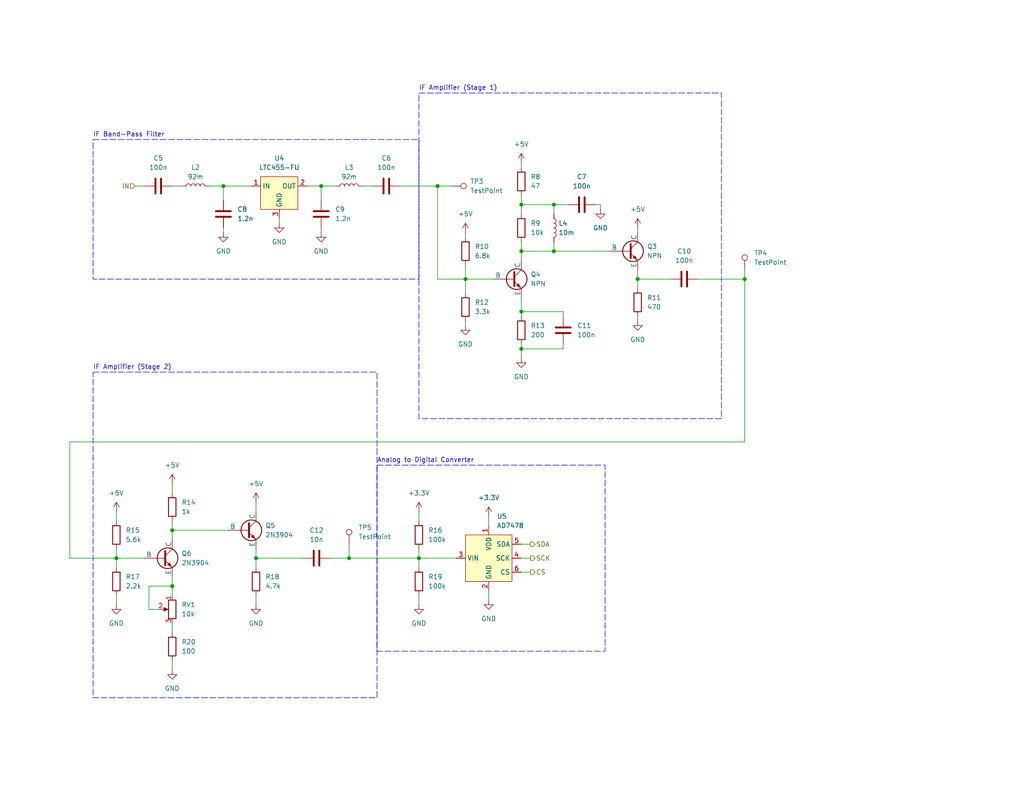
<source format=kicad_sch>
(kicad_sch (version 20231120) (generator "eeschema") (generator_version "8.0")
  (paper "USLetter")
  (title_block (title "IF Stage") (date "2024-04-29") (rev "1"))
  (lib_symbols
    (symbol "Connector:TestPoint" (pin_numbers hide) (pin_names (offset 0.762) hide)
      (property "Reference" "TP" (at 0 6.858 0))
      (property "Value" "TestPoint" (at 0 5.08 0))
      (symbol "TestPoint_0_1"
        (circle (center 0 3.302) (radius 0.762))
      )
      (symbol "TestPoint_1_1"
        (pin passive line (at 0 0 90) (length 2.54) (name "1") (number "1"))
      )
    )
    (symbol "Device:C" (pin_numbers hide) (pin_names (offset 0.254))
      (property "Reference" "C" (at 0.635 2.54 0))
      (property "Value" "C" (at 0.635 -2.54 0))
      (symbol "C_0_1"
        (polyline (pts (xy -2.032 -0.762) (xy 2.032 -0.762)) (stroke (width 0.508)))
        (polyline (pts (xy -2.032 0.762) (xy 2.032 0.762)) (stroke (width 0.508)))
      )
      (symbol "C_1_1"
        (pin passive line (at 0 3.81 270) (length 2.794) (name "~") (number "1"))
        (pin passive line (at 0 -3.81 90) (length 2.794) (name "~") (number "2"))
      )
    )
    (symbol "Device:L" (pin_numbers hide) (pin_names (offset 1.016) hide)
      (property "Reference" "L" (at -1.27 0 90))
      (property "Value" "L" (at 1.905 0 90))
      (symbol "L_0_1"
        (arc (start 0 -2.54) (mid 0.6323 -1.905) (end 0 -1.27))
        (arc (start 0 -1.27) (mid 0.6323 -0.635) (end 0 0))
        (arc (start 0 0) (mid 0.6323 0.635) (end 0 1.27))
        (arc (start 0 1.27) (mid 0.6323 1.905) (end 0 2.54))
      )
      (symbol "L_1_1"
        (pin passive line (at 0 3.81 270) (length 1.27) (name "1") (number "1"))
        (pin passive line (at 0 -3.81 90) (length 1.27) (name "2") (number "2"))
      )
    )
    (symbol "Device:R" (pin_numbers hide) (pin_names (offset 0))
      (property "Reference" "R" (at 2.032 0 90))
      (property "Value" "R" (at 0 0 90))
      (symbol "R_0_1"
        (rectangle (start -1.016 -2.54) (end 1.016 2.54) (stroke (width 0.254)))
      )
      (symbol "R_1_1"
        (pin passive line (at 0 3.81 270) (length 1.27) (name "~") (number "1"))
        (pin passive line (at 0 -3.81 90) (length 1.27) (name "~") (number "2"))
      )
    )
    (symbol "Device:R_Potentiometer" (pin_names (offset 1.016) hide)
      (property "Reference" "RV" (at -4.445 0 90))
      (property "Value" "R_Potentiometer" (at -2.54 0 90))
      (symbol "R_Potentiometer_0_1"
        (polyline (pts (xy 2.54 0) (xy 1.524 0)))
        (polyline (pts (xy 1.143 0) (xy 2.286 0.508) (xy 2.286 -0.508) (xy 1.143 0)) (fill (type outline)))
        (rectangle (start 1.016 2.54) (end -1.016 -2.54) (stroke (width 0.254)))
      )
      (symbol "R_Potentiometer_1_1"
        (pin passive line (at 0 3.81 270) (length 1.27) (name "1") (number "1"))
        (pin passive line (at 3.81 0 180) (length 1.27) (name "2") (number "2"))
        (pin passive line (at 0 -3.81 90) (length 1.27) (name "3") (number "3"))
      )
    )
    (symbol "Simulation_SPICE:NPN" (pin_numbers hide) (pin_names (offset 0))
      (property "Reference" "Q" (at -2.54 7.62 0))
      (property "Value" "NPN" (at -2.54 5.08 0))
      (symbol "NPN_0_1"
        (polyline (pts (xy -2.54 0) (xy 0.635 0)) (stroke (width 0.1524)))
        (polyline (pts (xy 0.635 0.635) (xy 2.54 2.54)))
        (polyline (pts (xy 2.794 -1.27) (xy 2.794 -1.27)) (stroke (width 0.1524)))
        (polyline (pts (xy 2.794 -1.27) (xy 2.794 -1.27)) (stroke (width 0.1524)))
        (polyline (pts (xy 0.635 -0.635) (xy 2.54 -2.54) (xy 2.54 -2.54)))
        (polyline (pts (xy 0.635 1.905) (xy 0.635 -1.905) (xy 0.635 -1.905)) (stroke (width 0.508)))
        (polyline (pts (xy 1.27 -1.778) (xy 1.778 -1.27) (xy 2.286 -2.286) (xy 1.27 -1.778) (xy 1.27 -1.778)) (fill (type outline)))
        (circle (center 1.27 0) (radius 2.8194) (stroke (width 0.254)))
      )
      (symbol "NPN_1_1"
        (pin open_collector line (at 2.54 5.08 270) (length 2.54) (name "C") (number "1"))
        (pin input line (at -5.08 0 0) (length 2.54) (name "B") (number "2"))
        (pin open_emitter line (at 2.54 -5.08 90) (length 2.54) (name "E") (number "3"))
      )
    )
    (symbol "msr20:AD7478"
      (property "Reference" "U" (at 1.27 3.81 0))
      (property "Value" "AD7478" (at 1.27 1.27 0))
      (symbol "AD7478_1_1"
        (rectangle (start -6.35 0) (end 6.35 -12.7) (fill (type background)))
        (pin power_in line (at 0 2.54 270) (length 2.54) (name "VDD") (number "1"))
        (pin power_in line (at 0 -15.24 90) (length 2.54) (name "GND") (number "2"))
        (pin input line (at -8.89 -6.35 0) (length 2.54) (name "VIN") (number "3"))
        (pin input line (at 8.89 -6.35 180) (length 2.54) (name "SCK") (number "4"))
        (pin output line (at 8.89 -2.54 180) (length 2.54) (name "SDA") (number "5"))
        (pin input line (at 8.89 -10.16 180) (length 2.54) (name "CS") (number "6"))
      )
    )
    (symbol "msr20:LTC455-FU"
      (property "Reference" "U" (at 0 3.81 0))
      (property "Value" "LTC455-FU" (at 0 1.016 0))
      (symbol "LTC455-FU_1_1"
        (rectangle (start -5.08 0) (end 5.08 -8.89) (fill (type background)))
        (pin input line (at -7.62 -2.54 0) (length 2.54) (name "IN") (number "1"))
        (pin output line (at 7.62 -2.54 180) (length 2.54) (name "OUT") (number "2"))
        (pin power_in line (at 0 -11.43 90) (length 2.54) (name "GND") (number "3"))
      )
    )
    (symbol "power:+3.3V" (power) (pin_numbers hide) (pin_names (offset 0) hide)
      (property "Value" "+3.3V" (at 0 3.556 0))
      (symbol "+3.3V_0_1"
        (polyline (pts (xy -0.762 1.27) (xy 0 2.54)))
        (polyline (pts (xy 0 0) (xy 0 2.54)))
        (polyline (pts (xy 0 2.54) (xy 0.762 1.27)))
      )
      (symbol "+3.3V_1_1"
        (pin power_in line (at 0 0 90) (length 0) (name "~") (number "1"))
      )
    )
    (symbol "power:+5V" (power) (pin_numbers hide) (pin_names (offset 0) hide)
      (property "Value" "+5V" (at 0 3.556 0))
      (symbol "+5V_0_1"
        (polyline (pts (xy -0.762 1.27) (xy 0 2.54)))
        (polyline (pts (xy 0 0) (xy 0 2.54)))
        (polyline (pts (xy 0 2.54) (xy 0.762 1.27)))
      )
      (symbol "+5V_1_1"
        (pin power_in line (at 0 0 90) (length 0) (name "~") (number "1"))
      )
    )
    (symbol "power:GND" (power) (pin_numbers hide) (pin_names (offset 0) hide)
      (property "Value" "GND" (at 0 -3.81 0))
      (symbol "GND_0_1"
        (polyline (pts (xy 0 0) (xy 0 -1.27) (xy 1.27 -1.27) (xy 0 -2.54) (xy -1.27 -1.27) (xy 0 -1.27)))
      )
      (symbol "GND_1_1"
        (pin power_in line (at 0 0 270) (length 0) (name "~") (number "1"))
      )
    )
  )
  (junction (at 60.96 50.8))
  (junction (at 151.13 68.58))
  (junction (at 142.24 68.58))
  (junction (at 46.99 160.02))
  (junction (at 151.13 55.88))
  (junction (at 142.24 55.88))
  (junction (at 173.99 76.2))
  (junction (at 46.99 144.78))
  (junction (at 114.3 152.4))
  (junction (at 142.24 85.09))
  (junction (at 203.2 76.2))
  (junction (at 119.38 50.8))
  (junction (at 95.25 152.4))
  (junction (at 127 76.2))
  (junction (at 142.24 95.25))
  (junction (at 31.75 152.4))
  (junction (at 69.85 152.4))
  (junction (at 87.63 50.8))
  (wire (pts (xy 69.85 137.16) (xy 69.85 139.7)))
  (wire (pts (xy 95.25 152.4) (xy 114.3 152.4)))
  (wire (pts (xy 46.99 144.78) (xy 62.23 144.78)))
  (wire (pts (xy 142.24 152.4) (xy 144.78 152.4)))
  (wire (pts (xy 127 87.63) (xy 127 88.9)))
  (wire (pts (xy 87.63 50.8) (xy 91.44 50.8)))
  (wire (pts (xy 142.24 55.88) (xy 142.24 58.42)))
  (wire (pts (xy 119.38 50.8) (xy 119.38 76.2)))
  (wire (pts (xy 173.99 62.23) (xy 173.99 63.5)))
  (wire (pts (xy 203.2 76.2) (xy 203.2 120.65)))
  (wire (pts (xy 46.99 142.24) (xy 46.99 144.78)))
  (wire (pts (xy 133.35 140.97) (xy 133.35 143.51)))
  (wire (pts (xy 142.24 85.09) (xy 142.24 86.36)))
  (wire (pts (xy 153.67 93.98) (xy 153.67 95.25)))
  (wire (pts (xy 347.98 111.76) (xy 360.68 111.76)))
  (wire (pts (xy 142.24 68.58) (xy 142.24 71.12)))
  (wire (pts (xy 46.99 170.18) (xy 46.99 172.72)))
  (wire (pts (xy 114.3 152.4) (xy 114.3 154.94)))
  (wire (pts (xy 153.67 86.36) (xy 153.67 85.09)))
  (wire (pts (xy 142.24 85.09) (xy 153.67 85.09)))
  (wire (pts (xy 153.67 95.25) (xy 142.24 95.25)))
  (wire (pts (xy 90.17 152.4) (xy 95.25 152.4)))
  (wire (pts (xy 173.99 86.36) (xy 173.99 87.63)))
  (wire (pts (xy 40.64 166.37) (xy 40.64 160.02)))
  (wire (pts (xy 109.22 50.8) (xy 119.38 50.8)))
  (wire (pts (xy 142.24 93.98) (xy 142.24 95.25)))
  (wire (pts (xy 142.24 44.45) (xy 142.24 45.72)))
  (wire (pts (xy 60.96 62.23) (xy 60.96 63.5)))
  (wire (pts (xy 119.38 76.2) (xy 127 76.2)))
  (wire (pts (xy 127 63.5) (xy 127 64.77)))
  (wire (pts (xy 127 76.2) (xy 127 80.01)))
  (wire (pts (xy 142.24 156.21) (xy 144.78 156.21)))
  (wire (pts (xy 60.96 50.8) (xy 68.58 50.8)))
  (wire (pts (xy 46.99 180.34) (xy 46.99 182.88)))
  (wire (pts (xy 87.63 50.8) (xy 87.63 54.61)))
  (wire (pts (xy 151.13 66.04) (xy 151.13 68.58)))
  (wire (pts (xy 142.24 68.58) (xy 151.13 68.58)))
  (wire (pts (xy 57.15 50.8) (xy 60.96 50.8)))
  (wire (pts (xy 36.83 50.8) (xy 39.37 50.8)))
  (wire (pts (xy 133.35 161.29) (xy 133.35 163.83)))
  (wire (pts (xy 46.99 157.48) (xy 46.99 160.02)))
  (wire (pts (xy 151.13 55.88) (xy 154.94 55.88)))
  (wire (pts (xy 46.99 50.8) (xy 49.53 50.8)))
  (wire (pts (xy 40.64 160.02) (xy 46.99 160.02)))
  (wire (pts (xy 173.99 73.66) (xy 173.99 76.2)))
  (wire (pts (xy 190.5 76.2) (xy 203.2 76.2)))
  (wire (pts (xy 95.25 148.59) (xy 95.25 152.4)))
  (wire (pts (xy 173.99 76.2) (xy 173.99 78.74)))
  (wire (pts (xy 173.99 76.2) (xy 182.88 76.2)))
  (wire (pts (xy 163.83 57.15) (xy 163.83 55.88)))
  (wire (pts (xy 114.3 149.86) (xy 114.3 152.4)))
  (wire (pts (xy 19.05 120.65) (xy 19.05 152.4)))
  (wire (pts (xy 119.38 50.8) (xy 123.19 50.8)))
  (wire (pts (xy 19.05 152.4) (xy 31.75 152.4)))
  (wire (pts (xy 142.24 53.34) (xy 142.24 55.88)))
  (wire (pts (xy 203.2 120.65) (xy 19.05 120.65)))
  (wire (pts (xy 60.96 50.8) (xy 60.96 54.61)))
  (wire (pts (xy 127 72.39) (xy 127 76.2)))
  (wire (pts (xy 114.3 139.7) (xy 114.3 142.24)))
  (wire (pts (xy 142.24 66.04) (xy 142.24 68.58)))
  (wire (pts (xy 142.24 95.25) (xy 142.24 97.79)))
  (wire (pts (xy 142.24 81.28) (xy 142.24 85.09)))
  (wire (pts (xy 69.85 162.56) (xy 69.85 165.1)))
  (wire (pts (xy 31.75 152.4) (xy 39.37 152.4)))
  (wire (pts (xy 142.24 148.59) (xy 144.78 148.59)))
  (wire (pts (xy 46.99 132.08) (xy 46.99 134.62)))
  (wire (pts (xy 99.06 50.8) (xy 101.6 50.8)))
  (wire (pts (xy 31.75 149.86) (xy 31.75 152.4)))
  (wire (pts (xy 114.3 162.56) (xy 114.3 165.1)))
  (wire (pts (xy 69.85 152.4) (xy 69.85 154.94)))
  (wire (pts (xy 43.18 166.37) (xy 40.64 166.37)))
  (wire (pts (xy 151.13 55.88) (xy 151.13 58.42)))
  (wire (pts (xy 31.75 162.56) (xy 31.75 165.1)))
  (wire (pts (xy 114.3 152.4) (xy 124.46 152.4)))
  (wire (pts (xy 163.83 55.88) (xy 162.56 55.88)))
  (wire (pts (xy 31.75 152.4) (xy 31.75 154.94)))
  (wire (pts (xy 127 76.2) (xy 134.62 76.2)))
  (wire (pts (xy 46.99 144.78) (xy 46.99 147.32)))
  (wire (pts (xy 203.2 73.66) (xy 203.2 76.2)))
  (wire (pts (xy 31.75 139.7) (xy 31.75 142.24)))
  (wire (pts (xy 46.99 160.02) (xy 46.99 162.56)))
  (wire (pts (xy 142.24 55.88) (xy 151.13 55.88)))
  (wire (pts (xy 69.85 149.86) (xy 69.85 152.4)))
  (wire (pts (xy 151.13 68.58) (xy 166.37 68.58)))
  (wire (pts (xy 83.82 50.8) (xy 87.63 50.8)))
  (wire (pts (xy 76.2 59.69) (xy 76.2 60.96)))
  (wire (pts (xy 87.63 62.23) (xy 87.63 63.5)))
  (wire (pts (xy 69.85 152.4) (xy 82.55 152.4)))
  (rectangle (start 25.4 38.1) (end 114.3 76.2) (stroke (width 0) (type dash)))
  (rectangle (start 114.3 25.4) (end 196.85 114.3) (stroke (width 0) (type dash)))
  (rectangle (start 25.4 101.6) (end 102.87 190.5) (stroke (width 0) (type dash)))
  (rectangle (start 102.87 127) (end 165.1 177.8) (stroke (width 0) (type dash)))
  (text "IF Band-Pass Filter" (at 25.4 36.83 0) (effects (font (size 1.27 1.27)) (justify left)))
  (text "IF Amplifier (Stage 2)" (at 25.4 100.33 0) (effects (font (size 1.27 1.27)) (justify left)))
  (text "Analog to Digital Converter" (at 102.87 125.73 0) (effects (font (size 1.27 1.27)) (justify left)))
  (text "IF Amplifier (Stage 1)" (at 114.3 24.13 0) (effects (font (size 1.27 1.27)) (justify left)))
  (hierarchical_label "SCK" (shape output) (at 144.78 152.4 0))
  (hierarchical_label "CS" (shape output) (at 144.78 156.21 0))
  (hierarchical_label "IN" (shape input) (at 36.83 50.8 180))
  (hierarchical_label "SDA" (shape output) (at 144.78 148.59 0))
  (symbol (lib_id "Simulation_SPICE:NPN") (at 44.45 152.4 0) (unit 1)
    (property "Reference" "Q6" (at 49.53 151.1299 0) (effects (justify left)))
    (property "Value" "2N3904" (at 49.53 153.6699 0) (effects (justify left)))
    (property "Footprint" "Package_TO_SOT_THT:TO-92" (effects (hide yes)))
    (property "Datasheet" "https://ngspice.sourceforge.io/docs/ngspice-html-manual/manual.xhtml#cha_BJTs" (effects (hide yes)))
    (property "Description" "Bipolar transistor symbol for simulation only, substrate tied to the emitter" (effects (hide yes)))
    (property "Sim.Device" "NPN" (effects (hide yes)))
    (property "Sim.Type" "GUMMELPOON" (effects (hide yes)))
    (property "Sim.Pins" "1=C 2=B 3=E" (effects (hide yes)))
  )
  (symbol (lib_id "Device:L") (at 53.34 50.8 90) (unit 1)
    (property "Reference" "L2" (at 53.34 45.72 90))
    (property "Value" "92m" (at 53.34 48.26 90))
    (property "Footprint" "Inductor_SMD:L_0805_2012Metric" (effects (hide yes)))
    (property "Description" "Inductor" (effects (hide yes)))
  )
  (symbol (lib_id "power:GND") (at 69.85 165.1 0) (unit 1)
    (property "Reference" "#PWR045" (effects (hide yes)))
    (property "Value" "GND" (at 69.85 170.18 0))
    (property "Description" "Power symbol creates a global label with name \"GND\" , ground" (effects (hide yes)))
  )
  (symbol (lib_id "power:GND") (at 133.35 163.83 0) (unit 1)
    (property "Reference" "#PWR043" (effects (hide yes)))
    (property "Value" "GND" (at 133.35 168.91 0))
    (property "Description" "Power symbol creates a global label with name \"GND\" , ground" (effects (hide yes)))
  )
  (symbol (lib_id "Device:R") (at 69.85 158.75 0) (unit 1)
    (property "Reference" "R18" (at 72.39 157.4799 0) (effects (justify left)))
    (property "Value" "4.7k" (at 72.39 160.0199 0) (effects (justify left)))
    (property "Footprint" "Resistor_SMD:R_0805_2012Metric" (effects (hide yes)))
    (property "Description" "Resistor" (effects (hide yes)))
  )
  (symbol (lib_id "power:GND") (at 142.24 97.79 0) (unit 1)
    (property "Reference" "#PWR037" (effects (hide yes)))
    (property "Value" "GND" (at 142.24 102.87 0))
    (property "Description" "Power symbol creates a global label with name \"GND\" , ground" (effects (hide yes)))
  )
  (symbol (lib_id "power:GND") (at 87.63 63.5 0) (unit 1)
    (property "Reference" "#PWR033" (effects (hide yes)))
    (property "Value" "GND" (at 87.63 68.58 0))
    (property "Description" "Power symbol creates a global label with name \"GND\" , ground" (effects (hide yes)))
  )
  (symbol (lib_id "Device:C") (at 105.41 50.8 90) (unit 1)
    (property "Reference" "C6" (at 105.41 43.18 90))
    (property "Value" "100n" (at 105.41 45.72 90))
    (property "Footprint" "Capacitor_SMD:C_0805_2012Metric" (effects (hide yes)))
    (property "Description" "Unpolarized capacitor" (effects (hide yes)))
  )
  (symbol (lib_id "Device:C") (at 43.18 50.8 90) (unit 1)
    (property "Reference" "C5" (at 43.18 43.18 90))
    (property "Value" "100n" (at 43.18 45.72 90))
    (property "Footprint" "Capacitor_SMD:C_0805_2012Metric" (effects (hide yes)))
    (property "Description" "Unpolarized capacitor" (effects (hide yes)))
  )
  (symbol (lib_id "Device:R") (at 46.99 138.43 0) (unit 1)
    (property "Reference" "R14" (at 49.53 137.1599 0) (effects (justify left)))
    (property "Value" "1k" (at 49.53 139.6999 0) (effects (justify left)))
    (property "Footprint" "Resistor_SMD:R_0805_2012Metric" (effects (hide yes)))
    (property "Description" "Resistor" (effects (hide yes)))
  )
  (symbol (lib_id "power:+5V") (at 127 63.5 0) (unit 1)
    (property "Reference" "#PWR034" (effects (hide yes)))
    (property "Value" "+5V" (at 127 58.42 0))
    (property "Description" "Power symbol creates a global label with name \"+5V\"" (effects (hide yes)))
  )
  (symbol (lib_id "Device:C") (at 158.75 55.88 90) (unit 1)
    (property "Reference" "C7" (at 158.75 48.26 90))
    (property "Value" "100n" (at 158.75 50.8 90))
    (property "Footprint" "Capacitor_SMD:C_0805_2012Metric" (effects (hide yes)))
    (property "Description" "Unpolarized capacitor" (effects (hide yes)))
  )
  (symbol (lib_id "msr20:LTC455-FU") (at 76.2 48.26 0) (unit 1)
    (property "Reference" "U4" (at 76.2 43.18 0))
    (property "Value" "LTC455-FU" (at 76.2 45.72 0))
    (property "Footprint" "msr20:LTC455" (effects (hide yes)))
    (property "Datasheet" "https://transko.com/img/product/filterCeramic_pdf/11%20LTC455.pdf" (effects (hide yes)))
    (property "Description" "Ceramic Bandpass Filter" (effects (hide yes)))
  )
  (symbol (lib_id "Device:R") (at 142.24 62.23 0) (unit 1)
    (property "Reference" "R9" (at 144.78 60.9599 0) (effects (justify left)))
    (property "Value" "10k" (at 144.78 63.4999 0) (effects (justify left)))
    (property "Footprint" "Resistor_SMD:R_0805_2012Metric" (effects (hide yes)))
    (property "Description" "Resistor" (effects (hide yes)))
  )
  (symbol (lib_id "Device:R") (at 114.3 146.05 0) (unit 1)
    (property "Reference" "R16" (at 116.84 144.7799 0) (effects (justify left)))
    (property "Value" "100k" (at 116.84 147.3199 0) (effects (justify left)))
    (property "Footprint" "Resistor_SMD:R_0805_2012Metric" (effects (hide yes)))
    (property "Description" "Resistor" (effects (hide yes)))
  )
  (symbol (lib_id "power:GND") (at 173.99 87.63 0) (unit 1)
    (property "Reference" "#PWR035" (effects (hide yes)))
    (property "Value" "GND" (at 173.99 92.71 0))
    (property "Description" "Power symbol creates a global label with name \"GND\" , ground" (effects (hide yes)))
  )
  (symbol (lib_id "Simulation_SPICE:NPN") (at 67.31 144.78 0) (unit 1)
    (property "Reference" "Q5" (at 72.39 143.5099 0) (effects (justify left)))
    (property "Value" "2N3904" (at 72.39 146.0499 0) (effects (justify left)))
    (property "Footprint" "Package_TO_SOT_THT:TO-92" (effects (hide yes)))
    (property "Datasheet" "https://ngspice.sourceforge.io/docs/ngspice-html-manual/manual.xhtml#cha_BJTs" (effects (hide yes)))
    (property "Description" "Bipolar transistor symbol for simulation only, substrate tied to the emitter" (effects (hide yes)))
    (property "Sim.Device" "NPN" (effects (hide yes)))
    (property "Sim.Type" "GUMMELPOON" (effects (hide yes)))
    (property "Sim.Pins" "1=C 2=B 3=E" (effects (hide yes)))
  )
  (symbol (lib_id "Device:R") (at 127 83.82 0) (unit 1)
    (property "Reference" "R12" (at 129.54 82.5499 0) (effects (justify left)))
    (property "Value" "3.3k" (at 129.54 85.0899 0) (effects (justify left)))
    (property "Footprint" "Resistor_SMD:R_0805_2012Metric" (effects (hide yes)))
    (property "Description" "Resistor" (effects (hide yes)))
  )
  (symbol (lib_id "Simulation_SPICE:NPN") (at 139.7 76.2 0) (unit 1)
    (property "Reference" "Q4" (at 144.78 74.9299 0) (effects (justify left)))
    (property "Value" "NPN" (at 144.78 77.4699 0) (effects (justify left)))
    (property "Footprint" "Package_TO_SOT_THT:TO-92" (effects (hide yes)))
    (property "Datasheet" "https://ngspice.sourceforge.io/docs/ngspice-html-manual/manual.xhtml#cha_BJTs" (effects (hide yes)))
    (property "Description" "Bipolar transistor symbol for simulation only, substrate tied to the emitter" (effects (hide yes)))
    (property "Sim.Device" "NPN" (effects (hide yes)))
    (property "Sim.Type" "GUMMELPOON" (effects (hide yes)))
    (property "Sim.Pins" "1=C 2=B 3=E" (effects (hide yes)))
  )
  (symbol (lib_id "power:+5V") (at 31.75 139.7 0) (unit 1)
    (property "Reference" "#PWR040" (effects (hide yes)))
    (property "Value" "+5V" (at 31.75 134.62 0))
    (property "Description" "Power symbol creates a global label with name \"+5V\"" (effects (hide yes)))
  )
  (symbol (lib_id "msr20:AD7478") (at 133.35 146.05 0) (unit 1)
    (property "Reference" "U5" (at 135.5441 140.97 0) (effects (justify left)))
    (property "Value" "AD7478" (at 135.5441 143.51 0) (effects (justify left)))
    (property "Footprint" "Package_TO_SOT_SMD:SOT-23-6" (effects (hide yes)))
    (property "Datasheet" "https://www.analog.com/media/en/technical-documentation/data-sheets/AD7476_7477_7478.pdf" (effects (hide yes)))
    (property "Description" "8-bit ADC" (effects (hide yes)))
  )
  (symbol (lib_id "Device:C") (at 153.67 90.17 180) (unit 1)
    (property "Reference" "C11" (at 157.48 88.8999 0) (effects (justify right)))
    (property "Value" "100n" (at 157.48 91.4399 0) (effects (justify right)))
    (property "Footprint" "Capacitor_SMD:C_0805_2012Metric" (effects (hide yes)))
    (property "Description" "Unpolarized capacitor" (effects (hide yes)))
  )
  (symbol (lib_id "Device:R") (at 31.75 146.05 0) (unit 1)
    (property "Reference" "R15" (at 34.29 144.7799 0) (effects (justify left)))
    (property "Value" "5.6k" (at 34.29 147.3199 0) (effects (justify left)))
    (property "Footprint" "Resistor_SMD:R_0805_2012Metric" (effects (hide yes)))
    (property "Description" "Resistor" (effects (hide yes)))
  )
  (symbol (lib_id "power:+3.3V") (at 133.35 140.97 0) (unit 1)
    (property "Reference" "#PWR042" (effects (hide yes)))
    (property "Value" "+3.3V" (at 133.35 135.89 0))
    (property "Description" "Power symbol creates a global label with name \"+3.3V\"" (effects (hide yes)))
  )
  (symbol (lib_id "Device:C") (at 87.63 58.42 0) (unit 1)
    (property "Reference" "C9" (at 91.44 57.1499 0) (effects (justify left)))
    (property "Value" "1.2n" (at 91.44 59.6899 0) (effects (justify left)))
    (property "Footprint" "Capacitor_SMD:C_0805_2012Metric" (effects (hide yes)))
    (property "Description" "Unpolarized capacitor" (effects (hide yes)))
  )
  (symbol (lib_id "Connector:TestPoint") (at 95.25 148.59 0) (unit 1)
    (property "Reference" "TP5" (at 97.79 144.0179 0) (effects (justify left)))
    (property "Value" "TestPoint" (at 97.79 146.5579 0) (effects (justify left)))
    (property "Footprint" "TestPoint:TestPoint_Pad_D1.0mm" (effects (hide yes)))
    (property "Description" "test point" (effects (hide yes)))
  )
  (symbol (lib_id "power:+3.3V") (at 114.3 139.7 0) (unit 1)
    (property "Reference" "#PWR041" (effects (hide yes)))
    (property "Value" "+3.3V" (at 114.3 134.62 0))
    (property "Description" "Power symbol creates a global label with name \"+3.3V\"" (effects (hide yes)))
  )
  (symbol (lib_id "Connector:TestPoint") (at 203.2 73.66 0) (unit 1)
    (property "Reference" "TP4" (at 205.74 69.0879 0) (effects (justify left)))
    (property "Value" "TestPoint" (at 205.74 71.6279 0) (effects (justify left)))
    (property "Footprint" "TestPoint:TestPoint_Pad_D1.0mm" (effects (hide yes)))
    (property "Description" "test point" (effects (hide yes)))
  )
  (symbol (lib_id "power:GND") (at 31.75 165.1 0) (unit 1)
    (property "Reference" "#PWR044" (effects (hide yes)))
    (property "Value" "GND" (at 31.75 170.18 0))
    (property "Description" "Power symbol creates a global label with name \"GND\" , ground" (effects (hide yes)))
  )
  (symbol (lib_id "power:+5V") (at 46.99 132.08 0) (unit 1)
    (property "Reference" "#PWR038" (effects (hide yes)))
    (property "Value" "+5V" (at 46.99 127 0))
    (property "Description" "Power symbol creates a global label with name \"+5V\"" (effects (hide yes)))
  )
  (symbol (lib_id "Device:C") (at 60.96 58.42 0) (unit 1)
    (property "Reference" "C8" (at 64.77 57.1499 0) (effects (justify left)))
    (property "Value" "1.2n" (at 64.77 59.6899 0) (effects (justify left)))
    (property "Footprint" "Capacitor_SMD:C_0805_2012Metric" (effects (hide yes)))
    (property "Description" "Unpolarized capacitor" (effects (hide yes)))
  )
  (symbol (lib_id "Device:C") (at 186.69 76.2 90) (unit 1)
    (property "Reference" "C10" (at 186.69 68.58 90))
    (property "Value" "100n" (at 186.69 71.12 90))
    (property "Footprint" "Capacitor_SMD:C_0805_2012Metric" (effects (hide yes)))
    (property "Description" "Unpolarized capacitor" (effects (hide yes)))
  )
  (symbol (lib_id "Device:R") (at 142.24 90.17 0) (unit 1)
    (property "Reference" "R13" (at 144.78 88.8999 0) (effects (justify left)))
    (property "Value" "200" (at 144.78 91.4399 0) (effects (justify left)))
    (property "Footprint" "Resistor_SMD:R_0805_2012Metric" (effects (hide yes)))
    (property "Description" "Resistor" (effects (hide yes)))
  )
  (symbol (lib_id "power:GND") (at 46.99 182.88 0) (unit 1)
    (property "Reference" "#PWR047" (effects (hide yes)))
    (property "Value" "GND" (at 46.99 187.96 0))
    (property "Description" "Power symbol creates a global label with name \"GND\" , ground" (effects (hide yes)))
  )
  (symbol (lib_id "power:+5V") (at 69.85 137.16 0) (unit 1)
    (property "Reference" "#PWR039" (effects (hide yes)))
    (property "Value" "+5V" (at 69.85 132.08 0))
    (property "Description" "Power symbol creates a global label with name \"+5V\"" (effects (hide yes)))
  )
  (symbol (lib_id "Device:R") (at 173.99 82.55 0) (unit 1)
    (property "Reference" "R11" (at 176.53 81.2799 0) (effects (justify left)))
    (property "Value" "470" (at 176.53 83.8199 0) (effects (justify left)))
    (property "Footprint" "Resistor_SMD:R_0805_2012Metric" (effects (hide yes)))
    (property "Description" "Resistor" (effects (hide yes)))
  )
  (symbol (lib_id "power:GND") (at 60.96 63.5 0) (unit 1)
    (property "Reference" "#PWR032" (effects (hide yes)))
    (property "Value" "GND" (at 60.96 68.58 0))
    (property "Description" "Power symbol creates a global label with name \"GND\" , ground" (effects (hide yes)))
  )
  (symbol (lib_id "Device:R") (at 46.99 176.53 0) (unit 1)
    (property "Reference" "R20" (at 49.53 175.2599 0) (effects (justify left)))
    (property "Value" "100" (at 49.53 177.7999 0) (effects (justify left)))
    (property "Footprint" "Resistor_SMD:R_0805_2012Metric" (effects (hide yes)))
    (property "Description" "Resistor" (effects (hide yes)))
  )
  (symbol (lib_id "Device:R") (at 31.75 158.75 0) (unit 1)
    (property "Reference" "R17" (at 34.29 157.4799 0) (effects (justify left)))
    (property "Value" "2.2k" (at 34.29 160.0199 0) (effects (justify left)))
    (property "Footprint" "Resistor_SMD:R_0805_2012Metric" (effects (hide yes)))
    (property "Description" "Resistor" (effects (hide yes)))
  )
  (symbol (lib_id "power:+5V") (at 142.24 44.45 0) (unit 1)
    (property "Reference" "#PWR028" (effects (hide yes)))
    (property "Value" "+5V" (at 142.24 39.37 0))
    (property "Description" "Power symbol creates a global label with name \"+5V\"" (effects (hide yes)))
  )
  (symbol (lib_id "Device:L") (at 151.13 62.23 0) (unit 1)
    (property "Reference" "L4" (at 152.4 60.9599 0) (effects (justify left)))
    (property "Value" "10m" (at 152.4 63.4999 0) (effects (justify left)))
    (property "Footprint" "Inductor_SMD:L_0805_2012Metric" (effects (hide yes)))
    (property "Description" "Inductor" (effects (hide yes)))
  )
  (symbol (lib_id "power:GND") (at 127 88.9 0) (unit 1)
    (property "Reference" "#PWR036" (effects (hide yes)))
    (property "Value" "GND" (at 127 93.98 0))
    (property "Description" "Power symbol creates a global label with name \"GND\" , ground" (effects (hide yes)))
  )
  (symbol (lib_id "Device:C") (at 86.36 152.4 90) (unit 1)
    (property "Reference" "C12" (at 86.36 144.78 90))
    (property "Value" "10n" (at 86.36 147.32 90))
    (property "Footprint" "Capacitor_SMD:C_0805_2012Metric" (effects (hide yes)))
    (property "Description" "Unpolarized capacitor" (effects (hide yes)))
  )
  (symbol (lib_id "power:+5V") (at 173.99 62.23 0) (unit 1)
    (property "Reference" "#PWR031" (effects (hide yes)))
    (property "Value" "+5V" (at 173.99 57.15 0))
    (property "Description" "Power symbol creates a global label with name \"+5V\"" (effects (hide yes)))
  )
  (symbol (lib_id "Device:R") (at 127 68.58 0) (unit 1)
    (property "Reference" "R10" (at 129.54 67.3099 0) (effects (justify left)))
    (property "Value" "6.8k" (at 129.54 69.8499 0) (effects (justify left)))
    (property "Footprint" "Resistor_SMD:R_0805_2012Metric" (effects (hide yes)))
    (property "Description" "Resistor" (effects (hide yes)))
  )
  (symbol (lib_id "Device:R") (at 142.24 49.53 0) (unit 1)
    (property "Reference" "R8" (at 144.78 48.2599 0) (effects (justify left)))
    (property "Value" "47" (at 144.78 50.7999 0) (effects (justify left)))
    (property "Footprint" "Resistor_SMD:R_0805_2012Metric" (effects (hide yes)))
    (property "Description" "Resistor" (effects (hide yes)))
  )
  (symbol (lib_id "Device:R") (at 114.3 158.75 0) (unit 1)
    (property "Reference" "R19" (at 116.84 157.4799 0) (effects (justify left)))
    (property "Value" "100k" (at 116.84 160.0199 0) (effects (justify left)))
    (property "Footprint" "Resistor_SMD:R_0805_2012Metric" (effects (hide yes)))
    (property "Description" "Resistor" (effects (hide yes)))
  )
  (symbol (lib_id "Connector:TestPoint") (at 123.19 50.8 270) (unit 1)
    (property "Reference" "TP3" (at 128.27 49.5299 90) (effects (justify left)))
    (property "Value" "TestPoint" (at 128.27 52.0699 90) (effects (justify left)))
    (property "Footprint" "TestPoint:TestPoint_Pad_D1.0mm" (effects (hide yes)))
    (property "Description" "test point" (effects (hide yes)))
  )
  (symbol (lib_id "Device:L") (at 95.25 50.8 90) (unit 1)
    (property "Reference" "L3" (at 95.25 45.72 90))
    (property "Value" "92m" (at 95.25 48.26 90))
    (property "Footprint" "Inductor_SMD:L_0805_2012Metric" (effects (hide yes)))
    (property "Description" "Inductor" (effects (hide yes)))
  )
  (symbol (lib_id "power:GND") (at 76.2 60.96 0) (unit 1)
    (property "Reference" "#PWR030" (effects (hide yes)))
    (property "Value" "GND" (at 76.2 66.04 0))
    (property "Description" "Power symbol creates a global label with name \"GND\" , ground" (effects (hide yes)))
  )
  (symbol (lib_id "power:GND") (at 114.3 165.1 0) (unit 1)
    (property "Reference" "#PWR046" (effects (hide yes)))
    (property "Value" "GND" (at 114.3 170.18 0))
    (property "Description" "Power symbol creates a global label with name \"GND\" , ground" (effects (hide yes)))
  )
  (symbol (lib_id "Simulation_SPICE:NPN") (at 171.45 68.58 0) (unit 1)
    (property "Reference" "Q3" (at 176.53 67.3099 0) (effects (justify left)))
    (property "Value" "NPN" (at 176.53 69.8499 0) (effects (justify left)))
    (property "Footprint" "Package_TO_SOT_THT:TO-92" (effects (hide yes)))
    (property "Datasheet" "https://ngspice.sourceforge.io/docs/ngspice-html-manual/manual.xhtml#cha_BJTs" (effects (hide yes)))
    (property "Description" "Bipolar transistor symbol for simulation only, substrate tied to the emitter" (effects (hide yes)))
    (property "Sim.Device" "NPN" (effects (hide yes)))
    (property "Sim.Type" "GUMMELPOON" (effects (hide yes)))
    (property "Sim.Pins" "1=C 2=B 3=E" (effects (hide yes)))
  )
  (symbol (lib_id "Device:R_Potentiometer") (at 46.99 166.37 0) (mirror y) (unit 1)
    (property "Reference" "RV1" (at 49.53 165.0999 0) (effects (justify right)))
    (property "Value" "10k" (at 49.53 167.6399 0) (effects (justify right)))
    (property "Footprint" "Connector_PinHeader_2.54mm:PinHeader_1x03_P2.54mm_Vertical" (effects (hide yes)))
    (property "Description" "Potentiometer" (effects (hide yes)))
  )
  (symbol (lib_id "power:GND") (at 163.83 57.15 0) (unit 1)
    (property "Reference" "#PWR029" (effects (hide yes)))
    (property "Value" "GND" (at 163.83 62.23 0))
    (property "Description" "Power symbol creates a global label with name \"GND\" , ground" (effects (hide yes)))
  )
)
</source>
